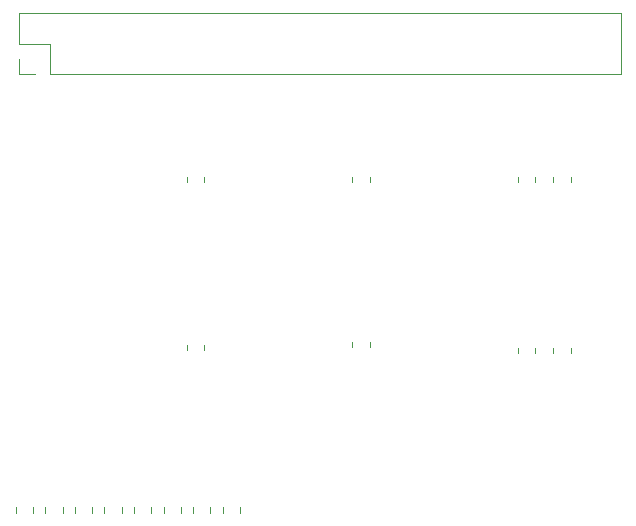
<source format=gbr>
%TF.GenerationSoftware,KiCad,Pcbnew,9.0.2*%
%TF.CreationDate,2025-05-28T21:37:55-04:00*%
%TF.ProjectId,DAQHat Rev A,44415148-6174-4205-9265-7620412e6b69,rev?*%
%TF.SameCoordinates,Original*%
%TF.FileFunction,Legend,Bot*%
%TF.FilePolarity,Positive*%
%FSLAX46Y46*%
G04 Gerber Fmt 4.6, Leading zero omitted, Abs format (unit mm)*
G04 Created by KiCad (PCBNEW 9.0.2) date 2025-05-28 21:37:55*
%MOMM*%
%LPD*%
G01*
G04 APERTURE LIST*
%ADD10C,0.120000*%
G04 APERTURE END LIST*
D10*
%TO.C,J2*%
X124040000Y-70850000D02*
X124040000Y-73450000D01*
X124040000Y-70850000D02*
X174960000Y-70850000D01*
X124040000Y-73450000D02*
X126640000Y-73450000D01*
X124040000Y-74720000D02*
X124040000Y-76050000D01*
X124040000Y-76050000D02*
X125370000Y-76050000D01*
X126640000Y-73450000D02*
X126640000Y-76050000D01*
X126640000Y-76050000D02*
X174960000Y-76050000D01*
X174960000Y-70850000D02*
X174960000Y-76050000D01*
%TO.C,R1*%
X123765000Y-113177064D02*
X123765000Y-112722936D01*
X125235000Y-113177064D02*
X125235000Y-112722936D01*
%TO.C,R7*%
X138265000Y-85177064D02*
X138265000Y-84722936D01*
X139735000Y-85177064D02*
X139735000Y-84722936D01*
%TO.C,R5*%
X135235000Y-113177064D02*
X135235000Y-112722936D01*
X133765000Y-113177064D02*
X133765000Y-112722936D01*
%TO.C,R8*%
X139735000Y-99427064D02*
X139735000Y-98972936D01*
X138265000Y-99427064D02*
X138265000Y-98972936D01*
%TO.C,R2*%
X127735000Y-113177064D02*
X127735000Y-112722936D01*
X126265000Y-113177064D02*
X126265000Y-112722936D01*
%TO.C,R6*%
X137735000Y-113177064D02*
X137735000Y-112722936D01*
X136265000Y-113177064D02*
X136265000Y-112722936D01*
%TO.C,R16*%
X142735000Y-113177064D02*
X142735000Y-112722936D01*
X141265000Y-113177064D02*
X141265000Y-112722936D01*
%TO.C,R14*%
X170735000Y-85177064D02*
X170735000Y-84722936D01*
X169265000Y-85177064D02*
X169265000Y-84722936D01*
%TO.C,R10*%
X153735000Y-85177064D02*
X153735000Y-84722936D01*
X152265000Y-85177064D02*
X152265000Y-84722936D01*
%TO.C,R4*%
X132735000Y-113177064D02*
X132735000Y-112722936D01*
X131265000Y-113177064D02*
X131265000Y-112722936D01*
%TO.C,R11*%
X153735000Y-99177064D02*
X153735000Y-98722936D01*
X152265000Y-99177064D02*
X152265000Y-98722936D01*
%TO.C,R3*%
X130235000Y-113177064D02*
X130235000Y-112722936D01*
X128765000Y-113177064D02*
X128765000Y-112722936D01*
%TO.C,R12*%
X167735000Y-85177064D02*
X167735000Y-84722936D01*
X166265000Y-85177064D02*
X166265000Y-84722936D01*
%TO.C,R15*%
X170735000Y-99677064D02*
X170735000Y-99222936D01*
X169265000Y-99677064D02*
X169265000Y-99222936D01*
%TO.C,R9*%
X140235000Y-113177064D02*
X140235000Y-112722936D01*
X138765000Y-113177064D02*
X138765000Y-112722936D01*
%TO.C,R13*%
X167735000Y-99677064D02*
X167735000Y-99222936D01*
X166265000Y-99677064D02*
X166265000Y-99222936D01*
%TD*%
M02*

</source>
